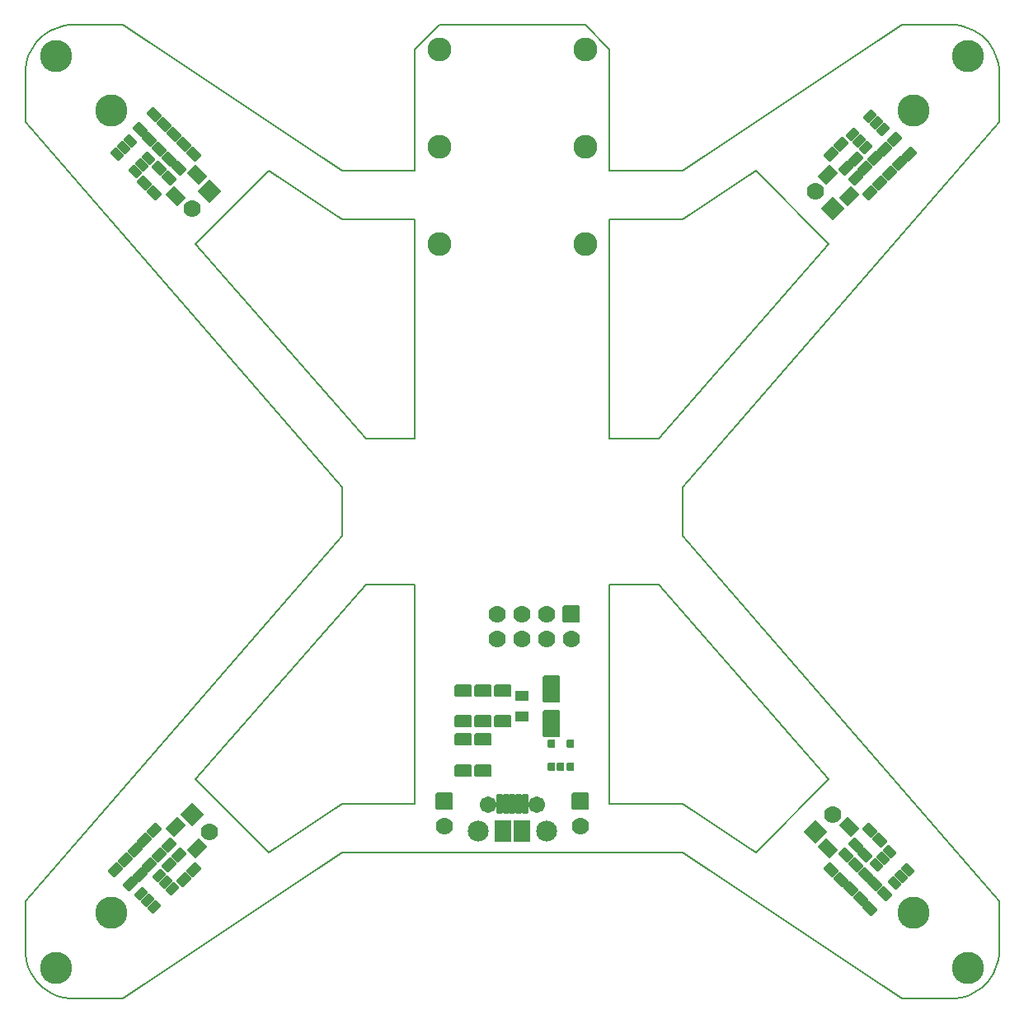
<source format=gbr>
G04 PROTEUS RS274X GERBER FILE*
%FSLAX45Y45*%
%MOMM*%
G01*
%ADD35C,1.016000*%
%ADD36C,3.302000*%
%AMPPAD031*
4,1,36,
0.224510,0.763320,
0.763320,0.224510,
0.779900,0.204350,
0.791730,0.182240,
0.798840,0.158790,
0.801210,0.134700,
0.798830,0.110610,
0.791730,0.087170,
0.779900,0.065050,
0.763320,0.044900,
-0.044900,-0.763320,
-0.065050,-0.779900,
-0.087170,-0.791730,
-0.110610,-0.798830,
-0.134700,-0.801210,
-0.158790,-0.798840,
-0.182240,-0.791730,
-0.204350,-0.779900,
-0.224510,-0.763320,
-0.763320,-0.224510,
-0.779900,-0.204350,
-0.791730,-0.182240,
-0.798840,-0.158790,
-0.801210,-0.134700,
-0.798830,-0.110610,
-0.791730,-0.087170,
-0.779900,-0.065050,
-0.763320,-0.044900,
0.044900,0.763320,
0.065050,0.779900,
0.087170,0.791730,
0.110610,0.798830,
0.134700,0.801210,
0.158790,0.798840,
0.182240,0.791730,
0.204350,0.779900,
0.224510,0.763320,
0*%
%ADD37PPAD031*%
%AMPPAD032*
4,1,36,
0.673170,0.033940,
-0.033940,-0.673170,
-0.054090,-0.689740,
-0.076210,-0.701580,
-0.099650,-0.708680,
-0.123740,-0.711050,
-0.147840,-0.708680,
-0.171280,-0.701580,
-0.193390,-0.689740,
-0.213550,-0.673170,
-0.673170,-0.213550,
-0.689740,-0.193390,
-0.701580,-0.171280,
-0.708680,-0.147840,
-0.711050,-0.123740,
-0.708680,-0.099650,
-0.701580,-0.076210,
-0.689740,-0.054090,
-0.673170,-0.033940,
0.033940,0.673170,
0.054090,0.689740,
0.076210,0.701580,
0.099650,0.708680,
0.123740,0.711050,
0.147840,0.708680,
0.171280,0.701580,
0.193390,0.689740,
0.213550,0.673170,
0.673170,0.213550,
0.689740,0.193390,
0.701580,0.171280,
0.708680,0.147840,
0.711050,0.123740,
0.708680,0.099650,
0.701580,0.076210,
0.689740,0.054090,
0.673170,0.033940,
0*%
%ADD38PPAD032*%
%AMPPAD033*
4,1,36,
0.269410,0.987830,
0.987830,0.269410,
1.004400,0.249260,
1.016240,0.227140,
1.023350,0.203700,
1.025710,0.179610,
1.023340,0.155510,
1.016240,0.132070,
1.004400,0.109960,
0.987830,0.089800,
-0.089800,-0.987830,
-0.109960,-1.004400,
-0.132070,-1.016240,
-0.155510,-1.023340,
-0.179610,-1.025710,
-0.203700,-1.023350,
-0.227140,-1.016240,
-0.249260,-1.004400,
-0.269410,-0.987830,
-0.987830,-0.269410,
-1.004400,-0.249260,
-1.016240,-0.227140,
-1.023350,-0.203700,
-1.025710,-0.179610,
-1.023340,-0.155510,
-1.016240,-0.132070,
-1.004400,-0.109960,
-0.987830,-0.089800,
0.089800,0.987830,
0.109960,1.004400,
0.132070,1.016240,
0.155510,1.023340,
0.179610,1.025710,
0.203700,1.023350,
0.227140,1.016240,
0.249260,1.004400,
0.269410,0.987830,
0*%
%ADD39PPAD033*%
%AMPPAD034*
4,1,36,
-0.763320,0.224510,
-0.224510,0.763320,
-0.204350,0.779900,
-0.182240,0.791730,
-0.158790,0.798840,
-0.134700,0.801210,
-0.110610,0.798830,
-0.087170,0.791730,
-0.065050,0.779900,
-0.044900,0.763320,
0.763320,-0.044900,
0.779900,-0.065050,
0.791730,-0.087170,
0.798830,-0.110610,
0.801210,-0.134700,
0.798840,-0.158790,
0.791730,-0.182240,
0.779900,-0.204350,
0.763320,-0.224510,
0.224510,-0.763320,
0.204350,-0.779900,
0.182240,-0.791730,
0.158790,-0.798840,
0.134700,-0.801210,
0.110610,-0.798830,
0.087170,-0.791730,
0.065050,-0.779900,
0.044900,-0.763320,
-0.763320,0.044900,
-0.779900,0.065050,
-0.791730,0.087170,
-0.798830,0.110610,
-0.801210,0.134700,
-0.798840,0.158790,
-0.791730,0.182240,
-0.779900,0.204350,
-0.763320,0.224510,
0*%
%ADD40PPAD034*%
%AMPPAD035*
4,1,36,
-0.033940,0.673170,
0.673170,-0.033940,
0.689740,-0.054090,
0.701580,-0.076210,
0.708680,-0.099650,
0.711050,-0.123740,
0.708680,-0.147840,
0.701580,-0.171280,
0.689740,-0.193390,
0.673170,-0.213550,
0.213550,-0.673170,
0.193390,-0.689740,
0.171280,-0.701580,
0.147840,-0.708680,
0.123740,-0.711050,
0.099650,-0.708680,
0.076210,-0.701580,
0.054090,-0.689740,
0.033940,-0.673170,
-0.673170,0.033940,
-0.689740,0.054090,
-0.701580,0.076210,
-0.708680,0.099650,
-0.711050,0.123740,
-0.708680,0.147840,
-0.701580,0.171280,
-0.689740,0.193390,
-0.673170,0.213550,
-0.213550,0.673170,
-0.193390,0.689740,
-0.171280,0.701580,
-0.147840,0.708680,
-0.123740,0.711050,
-0.099650,0.708680,
-0.076210,0.701580,
-0.054090,0.689740,
-0.033940,0.673170,
0*%
%ADD41PPAD035*%
%AMPPAD036*
4,1,36,
-0.987830,0.269410,
-0.269410,0.987830,
-0.249260,1.004400,
-0.227140,1.016240,
-0.203700,1.023350,
-0.179610,1.025710,
-0.155510,1.023340,
-0.132070,1.016240,
-0.109960,1.004400,
-0.089800,0.987830,
0.987830,-0.089800,
1.004400,-0.109960,
1.016240,-0.132070,
1.023340,-0.155510,
1.025710,-0.179610,
1.023350,-0.203700,
1.016240,-0.227140,
1.004400,-0.249260,
0.987830,-0.269410,
0.269410,-0.987830,
0.249260,-1.004400,
0.227140,-1.016240,
0.203700,-1.023350,
0.179610,-1.025710,
0.155510,-1.023340,
0.132070,-1.016240,
0.109960,-1.004400,
0.089800,-0.987830,
-0.987830,0.089800,
-1.004400,0.109960,
-1.016240,0.132070,
-1.023340,0.155510,
-1.025710,0.179610,
-1.023350,0.203700,
-1.016240,0.227140,
-1.004400,0.249260,
-0.987830,0.269410,
0*%
%ADD42PPAD036*%
%ADD43C,2.454000*%
%AMPPAD038*
4,1,36,
-1.167430,0.089800,
-0.089800,1.167430,
-0.069650,1.184010,
-0.047530,1.195840,
-0.024090,1.202950,
0.000000,1.205320,
0.024100,1.202940,
0.047530,1.195840,
0.069650,1.184010,
0.089800,1.167430,
1.167430,0.089800,
1.184010,0.069650,
1.195840,0.047530,
1.202940,0.024100,
1.205320,0.000000,
1.202950,-0.024090,
1.195840,-0.047530,
1.184010,-0.069650,
1.167430,-0.089800,
0.089800,-1.167430,
0.069650,-1.184010,
0.047530,-1.195840,
0.024090,-1.202950,
0.000000,-1.205320,
-0.024100,-1.202940,
-0.047530,-1.195840,
-0.069650,-1.184010,
-0.089800,-1.167430,
-1.167430,-0.089800,
-1.184010,-0.069650,
-1.195840,-0.047530,
-1.202940,-0.024100,
-1.205320,0.000000,
-1.202950,0.024090,
-1.195840,0.047530,
-1.184010,0.069650,
-1.167430,0.089800,
0*%
%ADD44PPAD038*%
%ADD45C,1.778000*%
%AMPPAD040*
4,1,36,
-0.089800,-1.167430,
-1.167430,-0.089800,
-1.184010,-0.069650,
-1.195840,-0.047530,
-1.202950,-0.024090,
-1.205320,0.000000,
-1.202940,0.024100,
-1.195840,0.047530,
-1.184010,0.069650,
-1.167430,0.089800,
-0.089800,1.167430,
-0.069650,1.184010,
-0.047530,1.195840,
-0.024100,1.202940,
0.000000,1.205320,
0.024090,1.202950,
0.047530,1.195840,
0.069650,1.184010,
0.089800,1.167430,
1.167430,0.089800,
1.184010,0.069650,
1.195840,0.047530,
1.202950,0.024090,
1.205320,0.000000,
1.202940,-0.024100,
1.195840,-0.047530,
1.184010,-0.069650,
1.167430,-0.089800,
0.089800,-1.167430,
0.069650,-1.184010,
0.047530,-1.195840,
0.024100,-1.202940,
0.000000,-1.205320,
-0.024090,-1.202950,
-0.047530,-1.195840,
-0.069650,-1.184010,
-0.089800,-1.167430,
0*%
%ADD46PPAD040*%
%AMPPAD041*
4,1,36,
-0.190500,1.016000,
0.190500,1.016000,
0.216470,1.013470,
0.240480,1.006200,
0.262080,0.994650,
0.280790,0.979290,
0.296150,0.960570,
0.307700,0.938980,
0.314970,0.914970,
0.317500,0.889000,
0.317500,-0.889000,
0.314970,-0.914970,
0.307700,-0.938980,
0.296150,-0.960570,
0.280790,-0.979290,
0.262080,-0.994650,
0.240480,-1.006200,
0.216470,-1.013470,
0.190500,-1.016000,
-0.190500,-1.016000,
-0.216470,-1.013470,
-0.240480,-1.006200,
-0.262080,-0.994650,
-0.280790,-0.979290,
-0.296150,-0.960570,
-0.307700,-0.938980,
-0.314970,-0.914970,
-0.317500,-0.889000,
-0.317500,0.889000,
-0.314970,0.914970,
-0.307700,0.938980,
-0.296150,0.960570,
-0.280790,0.979290,
-0.262080,0.994650,
-0.240480,1.006200,
-0.216470,1.013470,
-0.190500,1.016000,
0*%
%ADD47PPAD041*%
%ADD48C,1.704000*%
%ADD49C,2.154000*%
%AMPPAD044*
4,1,36,
-0.750000,1.077000,
0.750000,1.077000,
0.775970,1.074470,
0.799980,1.067200,
0.821580,1.055650,
0.840290,1.040290,
0.855650,1.021570,
0.867200,0.999980,
0.874470,0.975970,
0.877000,0.950000,
0.877000,-0.950000,
0.874470,-0.975970,
0.867200,-0.999980,
0.855650,-1.021570,
0.840290,-1.040290,
0.821580,-1.055650,
0.799980,-1.067200,
0.775970,-1.074470,
0.750000,-1.077000,
-0.750000,-1.077000,
-0.775970,-1.074470,
-0.799980,-1.067200,
-0.821580,-1.055650,
-0.840290,-1.040290,
-0.855650,-1.021570,
-0.867200,-0.999980,
-0.874470,-0.975970,
-0.877000,-0.950000,
-0.877000,0.950000,
-0.874470,0.975970,
-0.867200,0.999980,
-0.855650,1.021570,
-0.840290,1.040290,
-0.821580,1.055650,
-0.799980,1.067200,
-0.775970,1.074470,
-0.750000,1.077000,
0*%
%ADD50PPAD044*%
%AMPPAD045*
4,1,36,
-0.889000,-0.508000,
-0.889000,0.508000,
-0.886470,0.533970,
-0.879200,0.557980,
-0.867650,0.579580,
-0.852290,0.598290,
-0.833570,0.613650,
-0.811980,0.625200,
-0.787970,0.632470,
-0.762000,0.635000,
0.762000,0.635000,
0.787970,0.632470,
0.811980,0.625200,
0.833570,0.613650,
0.852290,0.598290,
0.867650,0.579580,
0.879200,0.557980,
0.886470,0.533970,
0.889000,0.508000,
0.889000,-0.508000,
0.886470,-0.533970,
0.879200,-0.557980,
0.867650,-0.579580,
0.852290,-0.598290,
0.833570,-0.613650,
0.811980,-0.625200,
0.787970,-0.632470,
0.762000,-0.635000,
-0.762000,-0.635000,
-0.787970,-0.632470,
-0.811980,-0.625200,
-0.833570,-0.613650,
-0.852290,-0.598290,
-0.867650,-0.579580,
-0.879200,-0.557980,
-0.886470,-0.533970,
-0.889000,-0.508000,
0*%
%ADD51PPAD045*%
%AMPPAD046*
4,1,36,
-0.889000,0.762000,
-0.889000,-0.762000,
-0.886470,-0.787970,
-0.879200,-0.811980,
-0.867650,-0.833580,
-0.852290,-0.852290,
-0.833570,-0.867650,
-0.811980,-0.879200,
-0.787970,-0.886470,
-0.762000,-0.889000,
0.762000,-0.889000,
0.787970,-0.886470,
0.811980,-0.879200,
0.833570,-0.867650,
0.852290,-0.852290,
0.867650,-0.833580,
0.879200,-0.811980,
0.886470,-0.787970,
0.889000,-0.762000,
0.889000,0.762000,
0.886470,0.787970,
0.879200,0.811980,
0.867650,0.833580,
0.852290,0.852290,
0.833570,0.867650,
0.811980,0.879200,
0.787970,0.886470,
0.762000,0.889000,
-0.762000,0.889000,
-0.787970,0.886470,
-0.811980,0.879200,
-0.833570,0.867650,
-0.852290,0.852290,
-0.867650,0.833580,
-0.879200,0.811980,
-0.886470,0.787970,
-0.889000,0.762000,
0*%
%ADD52PPAD046*%
%AMPPAD047*
4,1,36,
0.698500,0.381000,
0.698500,-0.381000,
0.695970,-0.406970,
0.688700,-0.430980,
0.677150,-0.452580,
0.661790,-0.471290,
0.643070,-0.486650,
0.621480,-0.498200,
0.597470,-0.505470,
0.571500,-0.508000,
-0.571500,-0.508000,
-0.597470,-0.505470,
-0.621480,-0.498200,
-0.643070,-0.486650,
-0.661790,-0.471290,
-0.677150,-0.452580,
-0.688700,-0.430980,
-0.695970,-0.406970,
-0.698500,-0.381000,
-0.698500,0.381000,
-0.695970,0.406970,
-0.688700,0.430980,
-0.677150,0.452580,
-0.661790,0.471290,
-0.643070,0.486650,
-0.621480,0.498200,
-0.597470,0.505470,
-0.571500,0.508000,
0.571500,0.508000,
0.597470,0.505470,
0.621480,0.498200,
0.643070,0.486650,
0.661790,0.471290,
0.677150,0.452580,
0.688700,0.430980,
0.695970,0.406970,
0.698500,0.381000,
0*%
%ADD53PPAD047*%
%AMPPAD048*
4,1,36,
-0.762000,1.397000,
0.762000,1.397000,
0.787970,1.394470,
0.811980,1.387200,
0.833580,1.375650,
0.852290,1.360290,
0.867650,1.341570,
0.879200,1.319980,
0.886470,1.295970,
0.889000,1.270000,
0.889000,-1.270000,
0.886470,-1.295970,
0.879200,-1.319980,
0.867650,-1.341570,
0.852290,-1.360290,
0.833580,-1.375650,
0.811980,-1.387200,
0.787970,-1.394470,
0.762000,-1.397000,
-0.762000,-1.397000,
-0.787970,-1.394470,
-0.811980,-1.387200,
-0.833580,-1.375650,
-0.852290,-1.360290,
-0.867650,-1.341570,
-0.879200,-1.319980,
-0.886470,-1.295970,
-0.889000,-1.270000,
-0.889000,1.270000,
-0.886470,1.295970,
-0.879200,1.319980,
-0.867650,1.341570,
-0.852290,1.360290,
-0.833580,1.375650,
-0.811980,1.387200,
-0.787970,1.394470,
-0.762000,1.397000,
0*%
%ADD54PPAD048*%
%AMPPAD049*
4,1,36,
-0.254000,0.444500,
0.254000,0.444500,
0.279970,0.441970,
0.303980,0.434700,
0.325580,0.423150,
0.344290,0.407790,
0.359650,0.389070,
0.371200,0.367480,
0.378470,0.343470,
0.381000,0.317500,
0.381000,-0.317500,
0.378470,-0.343470,
0.371200,-0.367480,
0.359650,-0.389070,
0.344290,-0.407790,
0.325580,-0.423150,
0.303980,-0.434700,
0.279970,-0.441970,
0.254000,-0.444500,
-0.254000,-0.444500,
-0.279970,-0.441970,
-0.303980,-0.434700,
-0.325580,-0.423150,
-0.344290,-0.407790,
-0.359650,-0.389070,
-0.371200,-0.367480,
-0.378470,-0.343470,
-0.381000,-0.317500,
-0.381000,0.317500,
-0.378470,0.343470,
-0.371200,0.367480,
-0.359650,0.389070,
-0.344290,0.407790,
-0.325580,0.423150,
-0.303980,0.434700,
-0.279970,0.441970,
-0.254000,0.444500,
0*%
%ADD55PPAD049*%
%AMPPAD050*
4,1,36,
0.889000,0.762000,
0.889000,-0.762000,
0.886470,-0.787970,
0.879200,-0.811980,
0.867650,-0.833580,
0.852290,-0.852290,
0.833570,-0.867650,
0.811980,-0.879200,
0.787970,-0.886470,
0.762000,-0.889000,
-0.762000,-0.889000,
-0.787970,-0.886470,
-0.811980,-0.879200,
-0.833570,-0.867650,
-0.852290,-0.852290,
-0.867650,-0.833580,
-0.879200,-0.811980,
-0.886470,-0.787970,
-0.889000,-0.762000,
-0.889000,0.762000,
-0.886470,0.787970,
-0.879200,0.811980,
-0.867650,0.833580,
-0.852290,0.852290,
-0.833570,0.867650,
-0.811980,0.879200,
-0.787970,0.886470,
-0.762000,0.889000,
0.762000,0.889000,
0.787970,0.886470,
0.811980,0.879200,
0.833570,0.867650,
0.852290,0.852290,
0.867650,0.833580,
0.879200,0.811980,
0.886470,0.787970,
0.889000,0.762000,
0*%
%ADD56PPAD050*%
%ADD73C,0.203200*%
D35*
X-3775434Y-3374566D03*
X-4075434Y-3674566D03*
X-3525434Y-3624566D03*
X-3425434Y-3524565D03*
X-3975434Y-3574566D03*
X-3461355Y-3238645D03*
X-3875434Y-3474566D03*
X+3374566Y-3775434D03*
X+3674566Y-4075434D03*
X+3624566Y-3525434D03*
X+3524565Y-3425434D03*
X+3574566Y-3975434D03*
X+3238645Y-3461355D03*
X+3474566Y-3875434D03*
X+3775434Y+3374566D03*
X+4075434Y+3674566D03*
X+3525434Y+3624566D03*
X+3425434Y+3524565D03*
X+3975434Y+3574566D03*
X+3461355Y+3238645D03*
X+3875434Y+3474566D03*
X-3374566Y+3775434D03*
X-3674566Y+4075434D03*
X-3624566Y+3525434D03*
X-3524565Y+3425434D03*
X-3574566Y+3975434D03*
X-3238645Y+3461355D03*
X-3474566Y+3875434D03*
D36*
X-4682843Y-4682843D03*
X-4117157Y-4117157D03*
D37*
X-3775434Y-3374566D03*
X-3624566Y-3525434D03*
D38*
X-3809099Y-3924749D03*
X-3741924Y-3991924D03*
X-3674749Y-4059099D03*
X-3490901Y-3875251D03*
X-3558076Y-3808076D03*
X-3625251Y-3740901D03*
D37*
X-3724566Y-3625434D03*
X-3875434Y-3474566D03*
X-3524566Y-3425434D03*
X-3675434Y-3274566D03*
X-3924566Y-3825434D03*
X-4075434Y-3674566D03*
D39*
X-3461355Y-3238645D03*
X-3238645Y-3461355D03*
D37*
X-3824566Y-3725434D03*
X-3975434Y-3574566D03*
X-3374566Y-3775434D03*
X-3525434Y-3624566D03*
X-3274566Y-3675434D03*
X-3425434Y-3524566D03*
D36*
X+4682843Y-4682843D03*
X+4117157Y-4117157D03*
D40*
X+3374566Y-3775434D03*
X+3525434Y-3624566D03*
D41*
X+3924749Y-3809099D03*
X+3991924Y-3741924D03*
X+4059099Y-3674749D03*
X+3875251Y-3490901D03*
X+3808076Y-3558076D03*
X+3740901Y-3625251D03*
D40*
X+3625434Y-3724566D03*
X+3474566Y-3875434D03*
X+3425434Y-3524566D03*
X+3274566Y-3675434D03*
X+3825434Y-3924566D03*
X+3674566Y-4075434D03*
D42*
X+3238645Y-3461355D03*
X+3461355Y-3238645D03*
D40*
X+3725434Y-3824566D03*
X+3574566Y-3975434D03*
X+3775434Y-3374566D03*
X+3624566Y-3525434D03*
X+3675434Y-3274566D03*
X+3524566Y-3425434D03*
D36*
X+4682843Y+4682843D03*
X+4117157Y+4117157D03*
D37*
X+3775434Y+3374566D03*
X+3624566Y+3525434D03*
D38*
X+3809099Y+3924749D03*
X+3741924Y+3991924D03*
X+3674749Y+4059099D03*
X+3490901Y+3875251D03*
X+3558076Y+3808076D03*
X+3625251Y+3740901D03*
D37*
X+3724566Y+3625434D03*
X+3875434Y+3474566D03*
X+3524566Y+3425434D03*
X+3675434Y+3274566D03*
X+3924566Y+3825434D03*
X+4075434Y+3674566D03*
D39*
X+3461355Y+3238645D03*
X+3238645Y+3461355D03*
D37*
X+3824566Y+3725434D03*
X+3975434Y+3574566D03*
X+3374566Y+3775434D03*
X+3525434Y+3624566D03*
X+3274566Y+3675434D03*
X+3425434Y+3524566D03*
D36*
X-4682843Y+4682843D03*
X-4117157Y+4117157D03*
D40*
X-3374566Y+3775434D03*
X-3525434Y+3624566D03*
D41*
X-3924749Y+3809099D03*
X-3991924Y+3741924D03*
X-4059099Y+3674749D03*
X-3875251Y+3490901D03*
X-3808076Y+3558076D03*
X-3740901Y+3625251D03*
D40*
X-3625434Y+3724566D03*
X-3474566Y+3875434D03*
X-3425434Y+3524566D03*
X-3274566Y+3675434D03*
X-3825434Y+3924566D03*
X-3674566Y+4075434D03*
D42*
X-3238645Y+3461355D03*
X-3461355Y+3238645D03*
D40*
X-3725434Y+3824566D03*
X-3574566Y+3975434D03*
X-3775434Y+3374566D03*
X-3624566Y+3525434D03*
X-3675434Y+3274566D03*
X-3524566Y+3425434D03*
D43*
X-750000Y+2750000D03*
X-750000Y+3750000D03*
X+750000Y+3750000D03*
X+750000Y+2750000D03*
X-750000Y+4750000D03*
X+750000Y+4750000D03*
D44*
X+3110197Y-3289803D03*
D45*
X+3289802Y-3110197D03*
D46*
X+3289802Y+3110197D03*
D45*
X+3110197Y+3289802D03*
D46*
X-3289802Y-3110198D03*
D45*
X-3110197Y-3289803D03*
D44*
X-3110197Y+3289803D03*
D45*
X-3289803Y+3110197D03*
D47*
X-130000Y-3000000D03*
X-65000Y-3000000D03*
X+0Y-3000000D03*
X+65000Y-3000000D03*
X+130000Y-3000000D03*
D48*
X-250000Y-3012700D03*
X+250000Y-3012700D03*
D49*
X-350000Y-3282700D03*
X+350000Y-3282700D03*
D50*
X-100000Y-3282700D03*
X+100000Y-3282700D03*
D51*
X-300000Y-2657480D03*
X-300000Y-2342520D03*
X-300000Y-2157480D03*
X-300000Y-1842520D03*
X-500000Y-2157480D03*
X-500000Y-1842520D03*
X-500000Y-2342520D03*
X-500000Y-2657480D03*
D52*
X+700000Y-2973000D03*
D45*
X+700000Y-3227000D03*
D52*
X-700000Y-2973000D03*
D45*
X-700000Y-3227000D03*
D51*
X-100000Y-2157480D03*
X-100000Y-1842520D03*
D53*
X+100000Y-1893320D03*
X+100000Y-2106680D03*
D54*
X+400000Y-1820000D03*
X+400000Y-2180000D03*
D55*
X+403480Y-2621920D03*
X+497460Y-2621920D03*
X+593980Y-2621920D03*
X+593980Y-2383160D03*
X+403480Y-2383160D03*
D56*
X+603000Y-1052000D03*
D45*
X+603000Y-1306000D03*
X+349000Y-1052000D03*
X+349000Y-1306000D03*
X+95000Y-1052000D03*
X+95000Y-1306000D03*
X-159000Y-1052000D03*
X-159000Y-1306000D03*
D73*
X-4000000Y-5000000D02*
X-4500000Y-5000000D01*
X-4551964Y-4997475D01*
X-4602234Y-4990051D01*
X-4650581Y-4977959D01*
X-4696777Y-4961426D01*
X-4740593Y-4940681D01*
X-4781799Y-4915955D01*
X-4820168Y-4887474D01*
X-4855469Y-4855469D01*
X-4887474Y-4820168D01*
X-4915955Y-4781799D01*
X-4940682Y-4740593D01*
X-4961426Y-4696777D01*
X-4977959Y-4650581D01*
X-4990051Y-4602234D01*
X-4997475Y-4551964D01*
X-5000000Y-4500000D01*
X-5000000Y-4000000D01*
X-1750000Y-250000D01*
X-1750000Y+250000D01*
X-5000000Y+4000000D01*
X-5000000Y+4500000D01*
X-4997475Y+4551964D01*
X-4990051Y+4602234D01*
X-4977959Y+4650581D01*
X-4961426Y+4696777D01*
X-4940682Y+4740593D01*
X-4915955Y+4781799D01*
X-4887474Y+4820168D01*
X-4855469Y+4855469D01*
X-4820168Y+4887474D01*
X-4781799Y+4915955D01*
X-4740593Y+4940681D01*
X-4696777Y+4961426D01*
X-4650581Y+4977959D01*
X-4602234Y+4990051D01*
X-4551964Y+4997475D01*
X-4500000Y+5000000D01*
X-4000000Y+5000000D01*
X-1750000Y+3500000D01*
X-1000000Y+3500000D01*
X-1000000Y+4750000D01*
X-750000Y+5000000D01*
X+750000Y+5000000D01*
X+1000000Y+4750000D01*
X+1000000Y+3500000D01*
X+1750000Y+3500000D01*
X+4000000Y+5000000D01*
X+4500000Y+5000000D01*
X+4551964Y+4997475D01*
X+4602234Y+4990051D01*
X+4650581Y+4977959D01*
X+4696777Y+4961426D01*
X+4740593Y+4940681D01*
X+4781799Y+4915955D01*
X+4820168Y+4887474D01*
X+4855469Y+4855469D01*
X+4887474Y+4820168D01*
X+4915955Y+4781799D01*
X+4940682Y+4740593D01*
X+4961426Y+4696777D01*
X+4977959Y+4650581D01*
X+4990051Y+4602234D01*
X+4997475Y+4551964D01*
X+5000000Y+4500000D01*
X+5000000Y+4000000D01*
X+1750000Y+250000D01*
X+1750000Y-250000D01*
X+5000000Y-4000000D01*
X+5000000Y-4500000D01*
X+4997475Y-4551964D01*
X+4990051Y-4602234D01*
X+4977959Y-4650581D01*
X+4961426Y-4696777D01*
X+4940682Y-4740593D01*
X+4915955Y-4781799D01*
X+4887474Y-4820168D01*
X+4855469Y-4855469D01*
X+4820168Y-4887474D01*
X+4781799Y-4915955D01*
X+4740593Y-4940681D01*
X+4696777Y-4961426D01*
X+4650581Y-4977959D01*
X+4602234Y-4990051D01*
X+4551964Y-4997475D01*
X+4500000Y-5000000D01*
X+4000000Y-5000000D01*
X+1750000Y-3500000D01*
X-1750000Y-3500000D01*
X-4000000Y-5000000D01*
X-3250000Y-2750000D02*
X-2500000Y-3500000D01*
X-1750000Y-3000000D01*
X-1000000Y-3000000D01*
X-1000000Y-750000D01*
X-1500000Y-750000D01*
X-3250000Y-2750000D01*
X+3250000Y-2750000D02*
X+2500000Y-3500000D01*
X+1750000Y-3000000D01*
X+1000000Y-3000000D01*
X+1000000Y-750000D01*
X+1500000Y-750000D01*
X+3250000Y-2750000D01*
X+3250000Y+2750000D02*
X+2500000Y+3500000D01*
X+1750000Y+3000000D01*
X+1000000Y+3000000D01*
X+1000000Y+750000D01*
X+1500000Y+750000D01*
X+3250000Y+2750000D01*
X-3250000Y+2750000D02*
X-2500000Y+3500000D01*
X-1750000Y+3000000D01*
X-1000000Y+3000000D01*
X-1000000Y+750000D01*
X-1500000Y+750000D01*
X-3250000Y+2750000D01*
M02*

</source>
